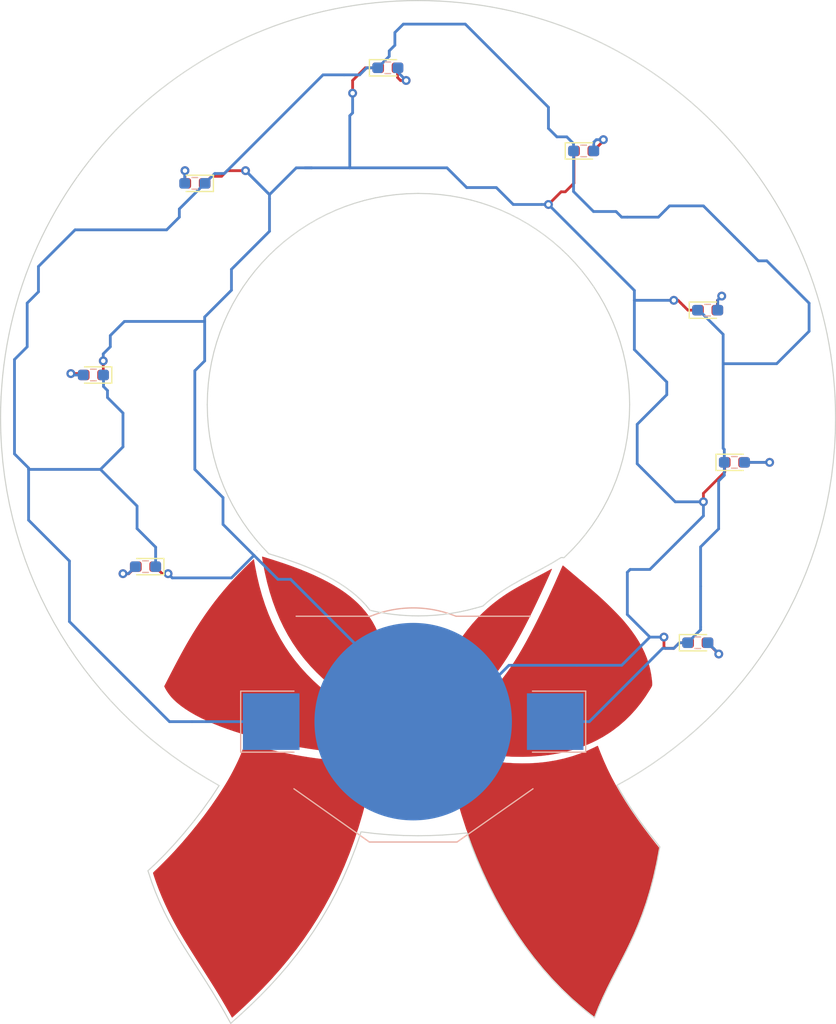
<source format=kicad_pcb>
(kicad_pcb (version 20201116) (generator pcbnew)
  (layers (0 "F.Cu" signal) (31 "B.Cu" signal) (34 "B.Paste" user) (35 "F.Paste" user) (36 "B.SilkS" user "B.Silkscreen") (37 "F.SilkS" user "F.Silkscreen") (38 "B.Mask" user) (39 "F.Mask" user) (44 "Edge.Cuts" user))
  (net 0 "")
  (net 1 "Net-(D1-Pad2)")
  (net 2 "-BATT")
  (net 3 "Net-(D2-Pad2)")
  (net 4 "Net-(D3-Pad2)")
  (net 5 "Net-(D4-Pad2)")
  (net 6 "Net-(D5-Pad2)")
  (net 7 "Net-(D6-Pad2)")
  (net 8 "Net-(D7-Pad2)")
  (net 9 "Net-(D8-Pad2)")
  (net 10 "+BATT")
  (footprint "LED_SMD:LED_0603_1608Metric_Pad1.05x0.95mm_HandSolder" (layer "F.Cu") (at 116.078 95.25 180)
    (fp_text reference "D7" hide)
    (fp_text value "LED")
  )
  (footprint "LED_SMD:LED_0603_1608Metric_Pad1.05x0.95mm_HandSolder" (layer "F.Cu") (at 166.751 72.136)
    (fp_text reference "D8" hide)
    (fp_text value "LED")
  )
  (footprint "LED_SMD:LED_0603_1608Metric_Pad1.05x0.95mm_HandSolder" (layer "F.Cu") (at 165.862 102.108)
    (fp_text reference "D4" hide)
    (fp_text value "LED")
  )
  (footprint "LED_SMD:LED_0603_1608Metric_Pad1.05x0.95mm_HandSolder" (layer "F.Cu") (at 111.379 77.978 180)
    (fp_text reference "D5" hide)
    (fp_text value "LED")
  )
  (footprint "LED_SMD:LED_0603_1608Metric_Pad1.05x0.95mm_HandSolder" (layer "F.Cu") (at 155.575 57.785)
    (fp_text reference "D1" hide)
    (fp_text value "LED")
  )
  (footprint "LED_SMD:LED_0603_1608Metric_Pad1.05x0.95mm_HandSolder" (layer "F.Cu") (at 137.922 50.292)
    (fp_text reference "D2" hide)
    (fp_text value "LED")
  )
  (footprint "Wreath:PcbDrawing" (layer "F.Cu") (at 141.478 91.694)
    (fp_text reference "Ref**" hide)
    (fp_text value "Val**" hide)
    (fp_line (start -35.33104 5.2396) (end -34.8081 6.3828) (layer "Edge.Cuts") (width 0.1))
    (fp_line (start 11.314 -25.7325) (end 12.0048 -25.1341) (layer "Edge.Cuts") (width 0.1))
    (fp_line (start 19.7476 33.8556) (end 19.3925 34.8767) (layer "Edge.Cuts") (width 0.1))
    (fp_line (start 36.3711 -15.5581) (end 36.2169 -16.4888) (layer "Edge.Cuts") (width 0.1))
    (fp_line (start -0.0362 7.9803) (end -0.7955 7.9951) (layer "Edge.Cuts") (width 0.1))
    (fp_line (start 27.6958 14.7243) (end 28.4914 13.7694) (layer "Edge.Cuts") (width 0.1))
    (fp_line (start 17.8428 -7.0609) (end 17.6222 -6.1126) (layer "Edge.Cuts") (width 0.1))
    (fp_line (start -22.7913 28.5615) (end -23.6254 29.4588) (layer "Edge.Cuts") (width 0.1))
    (fp_line (start -34.8081 6.3828) (end -34.2485 7.505) (layer "Edge.Cuts") (width 0.1))
    (fp_line (start -19.2373 -15.7862) (end -18.9822 -16.6872) (layer "Edge.Cuts") (width 0.1))
    (fp_line (start -11.7524 38.4999) (end -10.9848 37.4733) (layer "Edge.Cuts") (width 0.1))
    (fp_line (start 36.6104 -13.6746) (end 36.5023 -14.62) (layer "Edge.Cuts") (width 0.1))
    (fp_line (start -33.48128 -28.56) (end -33.92516 -27.766) (layer "Edge.Cuts") (width 0.1))
    (fp_line (start 36.5981 -5.8587) (end 36.7124 -7.1691) (layer "Edge.Cuts") (width 0.1))
    (fp_line (start -12.9026 -45.48496) (end -13.7722 -45.17868) (layer "Edge.Cuts") (width 0.1))
    (fp_line (start 35.1126 -21.0184) (end 34.8272 -21.8975) (layer "Edge.Cuts") (width 0.1))
    (fp_line (start 7.4 35.6469) (end 6.7422 34.5435) (layer "Edge.Cuts") (width 0.1))
    (fp_line (start 30.3769 -30.8693) (end 29.8609 -31.6136) (layer "Edge.Cuts") (width 0.1))
    (fp_line (start 8.2788 -27.7819) (end 9.076 -27.3236) (layer "Edge.Cuts") (width 0.1))
    (fp_line (start -24.0676 -39.43519) (end -24.7716 -38.86819) (layer "Edge.Cuts") (width 0.1))
    (fp_line (start -17.9655 -43.34507) (end -18.7712 -42.91996) (layer "Edge.Cuts") (width 0.1))
    (fp_line (start -20.3473 -42.01373) (end -21.1171 -41.5332) (layer "Edge.Cuts") (width 0.1))
    (fp_line (start -36.18388 -22.767) (end -36.49016 -21.8974) (layer "Edge.Cuts") (width 0.1))
    (fp_line (start 23.2751 19.0776) (end 24.2157 18.2656) (layer "Edge.Cuts") (width 0.1))
    (fp_line (start 31.3559 -29.3422) (end 30.8754 -30.112) (layer "Edge.Cuts") (width 0.1))
    (fp_line (start -18.3457 -18.432) (end -17.9665 -19.2734) (layer "Edge.Cuts") (width 0.1))
    (fp_line (start 34.5209 -22.7671) (end 34.1941 -23.6268) (layer "Edge.Cuts") (width 0.1))
    (fp_line (start 20.2111 -41.03496) (end 19.4539 -41.53338) (layer "Edge.Cuts") (width 0.1))
    (fp_line (start -23.2964 35.4813) (end -22.8555 36.284) (layer "Edge.Cuts") (width 0.1))
    (fp_line (start -38.45537 -10.7979) (end -38.467667 -9.8265) (layer "Edge.Cuts") (width 0.1))
    (fp_line (start -19.4944 24.4019) (end -20.2771 25.494) (layer "Edge.Cuts") (width 0.1))
    (fp_line (start 13.2963 -23.8427) (end 13.8947 -23.1519) (layer "Edge.Cuts") (width 0.1))
    (fp_line (start 18.6394 36.7203) (end 18.2469 37.5676) (layer "Edge.Cuts") (width 0.1))
    (fp_line (start 15.8414 -1.7014) (end 15.3564 -0.892) (layer "Edge.Cuts") (width 0.1))
    (fp_line (start -21.1171 -41.5332) (end -21.8743 -41.03478) (layer "Edge.Cuts") (width 0.1))
    (fp_line (start 35.7048 -0.7568) (end 35.992 -2.0097) (layer "Edge.Cuts") (width 0.1))
    (fp_line (start -16.8168 43.9154) (end -15.9273 43.0865) (layer "Edge.Cuts") (width 0.1))
    (fp_line (start 1.4594 7.863) (end 0.7156 7.936) (layer "Edge.Cuts") (width 0.1))
    (fp_line (start -19.7354 -12.9829) (end -19.6151 -13.9329) (layer "Edge.Cuts") (width 0.1))
    (fp_line (start 9.8484 -26.8284) (end 10.5948 -26.2976) (layer "Edge.Cuts") (width 0.1))
    (fp_line (start 5.0038 7.112) (end 5.4447 6.7259) (layer "Edge.Cuts") (width 0.1))
    (fp_line (start -19.8085 -12.0191) (end -19.7354 -12.9829) (layer "Edge.Cuts") (width 0.1))
    (fp_line (start 32.5805 7.5148) (end 33.1408 6.392) (layer "Edge.Cuts") (width 0.1))
    (fp_line (start 32.6873 -26.9604) (end 32.2622 -27.7662) (layer "Edge.Cuts") (width 0.1))
    (fp_line (start -0.7955 -30.0796) (end 0.1841 -30.0548) (layer "Edge.Cuts") (width 0.1))
    (fp_line (start 9.076 -27.3236) (end 9.8484 -26.8284) (layer "Edge.Cuts") (width 0.1))
    (fp_line (start 7.1971 5.462) (end 7.6371 5.195) (layer "Edge.Cuts") (width 0.1))
    (fp_line (start 20.2961 21.3249) (end 21.3145 20.6079) (layer "Edge.Cuts") (width 0.1))
    (fp_line (start -9.7107 4.0873) (end -9.1052 4.3854) (layer "Edge.Cuts") (width 0.1))
    (fp_line (start 14.4598 -22.4327) (end 14.9906 -21.6864) (layer "Edge.Cuts") (width 0.1))
    (fp_line (start -1.8031 -47.45017) (end -2.7685 -47.413487) (layer "Edge.Cuts") (width 0.1))
    (fp_line (start -12.9905 2.7981) (end -11.6353 3.2787) (layer "Edge.Cuts") (width 0.1))
    (fp_line (start -19.6151 -13.9329) (end -19.4486 -14.8677) (layer "Edge.Cuts") (width 0.1))
    (fp_line (start 12.9686 -44.85201) (end 12.1089 -45.17882) (layer "Edge.Cuts") (width 0.1))
    (fp_line (start 4.3422 7.2938) (end 3.6364 7.4766) (layer "Edge.Cuts") (width 0.1))
    (fp_line (start 36.2169 -16.4888) (end 36.0401 -17.4115) (layer "Edge.Cuts") (width 0.1))
    (fp_line (start -3.5562 7.7965) (end -4.0945 7.7104) (layer "Edge.Cuts") (width 0.1))
    (fp_line (start 29.2557 12.7882) (end 29.9879 11.7815) (layer "Edge.Cuts") (width 0.1))
    (fp_line (start 22.4045 -39.43537) (end 21.6867 -39.98566) (layer "Edge.Cuts") (width 0.1))
    (fp_line (start -19.7356 -9.1028) (end -19.8086 -10.0663) (layer "Edge.Cuts") (width 0.1))
    (fp_line (start 18.2469 37.5676) (end 17.8471 38.3818) (layer "Edge.Cuts") (width 0.1))
    (fp_line (start -3.013 7.8674) (end -3.5562 7.7965) (layer "Edge.Cuts") (width 0.1))
    (fp_line (start -1.3562 7.987) (end -1.9128 7.9629) (layer "Edge.Cuts") (width 0.1))
    (fp_line (start -14.6318 -44.85187) (end -15.4813 -44.5048) (layer "Edge.Cuts") (width 0.1))
    (fp_line (start 15.3564 -0.892) (end 14.8306 -0.1092) (layer "Edge.Cuts") (width 0.1))
    (fp_line (start -18.9822 -16.6872) (end -18.6846 -17.5696) (layer "Edge.Cuts") (width 0.1))
    (fp_line (start 35.0071 1.6995) (end 35.3762 0.4799) (layer "Edge.Cuts") (width 0.1))
    (fp_line (start 15.9442 -20.1167) (end 16.3646 -19.2959) (layer "Edge.Cuts") (width 0.1))
    (fp_line (start -8.5207 4.6999) (end -7.959 5.0321) (layer "Edge.Cuts") (width 0.1))
    (fp_line (start -15.9273 43.0865) (end -15.0535 42.232) (layer "Edge.Cuts") (width 0.1))
    (fp_line (start -4.6276 7.6093) (end -5.1562 7.493) (layer "Edge.Cuts") (width 0.1))
    (fp_line (start 15.4489 43.2667) (end 15.0741 44.1968) (layer "Edge.Cuts") (width 0.1))
    (fp_line (start -12.9419 -25.7023) (end -12.2261 -26.2677) (layer "Edge.Cuts") (width 0.1))
    (fp_line (start -38.467667 -9.8265) (end -38.444489 -8.4928) (layer "Edge.Cuts") (width 0.1))
    (fp_line (start -27.6892 16.5394) (end -26.8053 17.4107) (layer "Edge.Cuts") (width 0.1))
    (fp_line (start 20.0849 32.7516) (end 19.7476 33.8556) (layer "Edge.Cuts") (width 0.1))
    (fp_line (start -23.6254 29.4588) (end -24.4278 30.2657) (layer "Edge.Cuts") (width 0.1))
    (fp_line (start -0.8808 -30.0796) (end -0.7955 -30.0796) (layer "Edge.Cuts") (width 0.1))
    (fp_line (start -19.8707 22.646) (end -18.7706 23.2918) (layer "Edge.Cuts") (width 0.1))
    (fp_line (start -19.3565 41.8966) (end -18.8161 42.7898) (layer "Edge.Cuts") (width 0.1))
    (fp_line (start 17.5368 24.0294) (end 17.9993 24.7765) (layer "Edge.Cuts") (width 0.1))
    (fp_line (start -10.2439 36.4035) (end -9.5317 35.2873) (layer "Edge.Cuts") (width 0.1))
    (fp_line (start 34.5983 2.9013) (end 35.0071 1.6995) (layer "Edge.Cuts") (width 0.1))
    (fp_line (start 13.818 -44.50495) (end 12.9686 -44.85201) (layer "Edge.Cuts") (width 0.1))
    (fp_line (start 19.4597 26.8909) (end 19.9602 27.554) (layer "Edge.Cuts") (width 0.1))
    (fp_line (start -28.0751 -35.793) (end -28.6905 -35.132) (layer "Edge.Cuts") (width 0.1))
    (fp_line (start -37.36903 -0.7622) (end -37.04089 0.4737) (layer "Edge.Cuts") (width 0.1))
    (fp_line (start 24.2157 18.2656) (end 25.1288 17.4236) (layer "Edge.Cuts") (width 0.1))
    (fp_line (start 24.4741 -37.6855) (end 23.7985 -38.28497) (layer "Edge.Cuts") (width 0.1))
    (fp_line (start 12.6659 -24.5038) (end 13.2963 -23.8427) (layer "Edge.Cuts") (width 0.1))
    (fp_line (start 33.6643 5.2483) (end 34.1504 4.0845) (layer "Edge.Cuts") (width 0.1))
    (fp_line (start -30.44039 -33.0624) (end -30.99068 -32.3447) (layer "Edge.Cuts") (width 0.1))
    (fp_line (start 29.8609 -31.6136) (end 29.3276 -32.3448) (layer "Edge.Cuts") (width 0.1))
    (fp_line (start 28.7773 -33.0626) (end 28.2103 -33.7666) (layer "Edge.Cuts") (width 0.1))
    (fp_line (start -37.65591 -2.0145) (end -37.36903 -0.7622) (layer "Edge.Cuts") (width 0.1))
    (fp_line (start -14.2872 -24.4737) (end -13.6293 -25.1039) (layer "Edge.Cuts") (width 0.1))
    (fp_line (start -2.7685 -47.413487) (end -3.7274 -47.352711) (layer "Edge.Cuts") (width 0.1))
    (fp_line (start -10.9775 3.5353) (end -10.3354 3.8044) (layer "Edge.Cuts") (width 0.1))
    (fp_line (start -26.7982 -37.0699) (end -27.4443 -36.4391) (layer "Edge.Cuts") (width 0.1))
    (fp_line (start -20.9292 39.4155) (end -19.8899 41.0416) (layer "Edge.Cuts") (width 0.1))
    (fp_line (start -38.418687 -11.7633) (end -38.45537 -10.7979) (layer "Edge.Cuts") (width 0.1))
    (fp_line (start 14.5621 43.803) (end 14.0604 43.398) (layer "Edge.Cuts") (width 0.1))
    (fp_line (start -23.9872 19.8457) (end -22.995 20.5951) (layer "Edge.Cuts") (width 0.1))
    (fp_line (start 1.1509 -29.9813) (end 2.1037 -29.8602) (layer "Edge.Cuts") (width 0.1))
    (fp_line (start -4.6985 27.6137) (end -3.4211 27.7222) (layer "Edge.Cuts") (width 0.1))
    (fp_line (start 2.4895 27.6654) (end 3.5814 27.5542) (layer "Edge.Cuts") (width 0.1))
    (fp_line (start -9.9206 -27.7545) (end -9.1034 -28.1762) (layer "Edge.Cuts") (width 0.1))
    (fp_line (start 18.6841 -42.0139) (end 17.902 -42.47625) (layer "Edge.Cuts") (width 0.1))
    (fp_line (start 4.8656 -29.2237) (end 5.7501 -28.9244) (layer "Edge.Cuts") (width 0.1))
    (fp_line (start 15.4858 -20.914) (end 15.9442 -20.1167) (layer "Edge.Cuts") (width 0.1))
    (fp_line (start 12.2774 2.7558) (end 12.3386 2.7375) (layer "Edge.Cuts") (width 0.1))
    (fp_line (start -8.2637 -28.5591) (end -7.4027 -28.9019) (layer "Edge.Cuts") (width 0.1))
    (fp_line (start 10.4138 39.7933) (end 9.6021 38.8016) (layer "Edge.Cuts") (width 0.1))
    (fp_line (start -21.9777 21.3121) (end -20.936 21.996) (layer "Edge.Cuts") (width 0.1))
    (fp_line (start 5.5383 32.2728) (end 4.9914 31.1104) (layer "Edge.Cuts") (width 0.1))
    (fp_line (start 13.8947 -23.1519) (end 14.4598 -22.4327) (layer "Edge.Cuts") (width 0.1))
    (fp_line (start -17.0957 -1.2015) (end -17.5511 -1.9968) (layer "Edge.Cuts") (width 0.1))
    (fp_line (start -18.6846 -17.5696) (end -18.3457 -18.432) (layer "Edge.Cuts") (width 0.1))
    (fp_line (start -13.3605 40.4348) (end -12.5449 39.486) (layer "Edge.Cuts") (width 0.1))
    (fp_line (start 36.8047 -9.8265) (end 36.7924 -10.7979) (layer "Edge.Cuts") (width 0.1))
    (fp_line (start -12.0235 -45.77039) (end -12.9026 -45.48496) (layer "Edge.Cuts") (width 0.1))
    (fp_line (start 36.7558 -11.7633) (end 36.695 -12.7223) (layer "Edge.Cuts") (width 0.1))
    (fp_line (start -26.1372 -37.6853) (end -26.7982 -37.0699) (layer "Edge.Cuts") (width 0.1))
    (fp_line (start 35.3769 -20.1299) (end 35.1126 -21.0184) (layer "Edge.Cuts") (width 0.1))
    (fp_line (start 36.695 -12.7223) (end 36.6104 -13.6746) (layer "Edge.Cuts") (width 0.1))
    (fp_line (start -18.2702 43.729) (end -17.7202 44.7218) (layer "Edge.Cuts") (width 0.1))
    (fp_line (start -25.8931 18.2527) (end -24.9535 19.0646) (layer "Edge.Cuts") (width 0.1))
    (fp_line (start -36.77559 -21.0183) (end -37.03989 -20.1298) (layer "Edge.Cuts") (width 0.1))
    (fp_line (start -28.5442 15.6395) (end -27.6892 16.5394) (layer "Edge.Cuts") (width 0.1))
    (fp_line (start -19.238 -6.3009) (end -19.4491 -7.2189) (layer "Edge.Cuts") (width 0.1))
    (fp_line (start -36.67225 1.6927) (end -36.26389 2.8938) (layer "Edge.Cuts") (width 0.1))
    (fp_line (start -6.4283 6.1479) (end -5.9755 6.5639) (layer "Edge.Cuts") (width 0.1))
    (fp_line (start -38.375441 -7.1707) (end -38.261291 -5.8611) (layer "Edge.Cuts") (width 0.1))
    (fp_line (start 17.6222 -6.1126) (end 17.3551 -5.185) (layer "Edge.Cuts") (width 0.1))
    (fp_line (start -15.5097 -23.123) (end -14.9144 -23.813) (layer "Edge.Cuts") (width 0.1))
    (fp_line (start -19.8086 -10.0663) (end -19.8331 -11.0425) (layer "Edge.Cuts") (width 0.1))
    (fp_line (start 25.1351 -37.0701) (end 24.4741 -37.6855) (layer "Edge.Cuts") (width 0.1))
    (fp_line (start -2.8208 -29.9732) (end -1.8573 -30.0506) (layer "Edge.Cuts") (width 0.1))
    (fp_line (start -14.3002 2.3876) (end -12.9905 2.7981) (layer "Edge.Cuts") (width 0.1))
    (fp_line (start -1.9128 7.9629) (end -2.4651 7.9229) (layer "Edge.Cuts") (width 0.1))
    (fp_line (start -14.9144 -23.813) (end -14.2872 -24.4737) (layer "Edge.Cuts") (width 0.1))
    (fp_line (start -14.1973 41.3492) (end -13.3605 40.4348) (layer "Edge.Cuts") (width 0.1))
    (fp_line (start 14.8306 -0.1092) (end 14.2649 0.6462) (layer "Edge.Cuts") (width 0.1))
    (fp_line (start 17.443 39.1752) (end 16.6319 40.7497) (layer "Edge.Cuts") (width 0.1))
    (fp_line (start 36.4394 -4.5614) (end 36.5981 -5.8587) (layer "Edge.Cuts") (width 0.1))
    (fp_line (start -6.911 5.7548) (end -6.4283 6.1479) (layer "Edge.Cuts") (width 0.1))
    (fp_line (start -29.87339 -33.7664) (end -30.44039 -33.0624) (layer "Edge.Cuts") (width 0.1))
    (fp_line (start 5.8305 -46.87469) (end 4.8999 -47.028863) (layer "Edge.Cuts") (width 0.1))
    (fp_line (start -17.9687 -2.8155) (end -18.3474 -3.6565) (layer "Edge.Cuts") (width 0.1))
    (fp_line (start 27.0274 -35.1322) (end 26.412 -35.7932) (layer "Edge.Cuts") (width 0.1))
    (fp_line (start -15.4813 -44.5048) (end -16.3203 -44.13778) (layer "Edge.Cuts") (width 0.1))
    (fp_line (start -16.072 -22.4047) (end -15.5097 -23.123) (layer "Edge.Cuts") (width 0.1))
    (fp_line (start 6.3191 6.0485) (end 6.7577 5.7454) (layer "Edge.Cuts") (width 0.1))
    (fp_line (start 8.0957 36.726) (end 7.4 35.6469) (layer "Edge.Cuts") (width 0.1))
    (fp_line (start -37.70301 -17.4115) (end -37.87981 -16.4887) (layer "Edge.Cuts") (width 0.1))
    (fp_line (start 16.2848 -2.5363) (end 15.8414 -1.7014) (layer "Edge.Cuts") (width 0.1))
    (fp_line (start -24.7716 -38.86819) (end -25.4616 -38.28479) (layer "Edge.Cuts") (width 0.1))
    (fp_line (start 33.0933 -26.1434) (end 32.6873 -26.9604) (layer "Edge.Cuts") (width 0.1))
    (fp_line (start 17.8552 -14.8791) (end 18.0226 -13.9417) (layer "Edge.Cuts") (width 0.1))
    (fp_line (start 0.1841 -30.0548) (end 1.1509 -29.9813) (layer "Edge.Cuts") (width 0.1))
    (fp_line (start -22.3968 37.071) (end -21.9218 37.8501) (layer "Edge.Cuts") (width 0.1))
    (fp_line (start -25.4616 -38.28479) (end -26.1372 -37.6853) (layer "Edge.Cuts") (width 0.1))
    (fp_line (start 10.2846 3.7653) (end 11.1667 3.2796) (layer "Edge.Cuts") (width 0.1))
    (fp_line (start 0.2836 27.7937) (end 1.3908 27.7454) (layer "Edge.Cuts") (width 0.1))
    (fp_line (start -19.8331 -11.0425) (end -19.8085 -12.0191) (layer "Edge.Cuts") (width 0.1))
    (fp_line (start -7.5846 31.631) (end -7.005 30.2998) (layer "Edge.Cuts") (width 0.1))
    (fp_line (start 17.3861 -16.7036) (end 17.6426 -15.8002) (layer "Edge.Cuts") (width 0.1))
    (fp_line (start -37.04089 0.4737) (end -36.67225 1.6927) (layer "Edge.Cuts") (width 0.1))
    (fp_line (start -8.8498 34.1218) (end -8.2002 32.904) (layer "Edge.Cuts") (width 0.1))
    (fp_line (start -23.3499 -39.98548) (end -24.0676 -39.43519) (layer "Edge.Cuts") (width 0.1))
    (fp_line (start -27.4443 -36.4391) (end -28.0751 -35.793) (layer "Edge.Cuts") (width 0.1))
    (fp_line (start 14.2649 0.6462) (end 13.6604 1.373) (layer "Edge.Cuts") (width 0.1))
    (fp_line (start -12.5449 39.486) (end -11.7524 38.4999) (layer "Edge.Cuts") (width 0.1))
    (fp_line (start 5.4447 6.7259) (end 5.8814 6.3743) (layer "Edge.Cuts") (width 0.1))
    (fp_line (start 11.1667 3.2796) (end 12.0469 2.7478) (layer "Edge.Cuts") (width 0.1))
    (fp_line (start 19.2533 22.0086) (end 20.2961 21.3249) (layer "Edge.Cuts") (width 0.1))
    (fp_line (start 36.5023 -14.62) (end 36.3711 -15.5581) (layer "Edge.Cuts") (width 0.1))
    (fp_line (start -36.49016 -21.8974) (end -36.77559 -21.0183) (layer "Edge.Cuts") (width 0.1))
    (fp_line (start 17.8471 38.3818) (end 17.443 39.1752) (layer "Edge.Cuts") (width 0.1))
    (fp_line (start 2.1944 7.7617) (end 1.4594 7.863) (layer "Edge.Cuts") (width 0.1))
    (fp_line (start -35.51 -24.4761) (end -35.85707 -23.6266) (layer "Edge.Cuts") (width 0.1))
    (fp_line (start 2.9203 7.6327) (end 2.1944 7.7617) (layer "Edge.Cuts") (width 0.1))
    (fp_line (start 28.2103 -33.7666) (end 27.6269 -34.4566) (layer "Edge.Cuts") (width 0.1))
    (fp_line (start -37.03989 -20.1298) (end -37.28275 -19.2323) (layer "Edge.Cuts") (width 0.1))
    (fp_line (start 6.1218 33.418) (end 5.5383 32.2728) (layer "Edge.Cuts") (width 0.1))
    (fp_line (start 13.0879 42.5559) (end 12.1563 41.6729) (layer "Edge.Cuts") (width 0.1))
    (fp_line (start 10.3602 -45.77051) (end 9.4717 -46.0348) (layer "Edge.Cuts") (width 0.1))
    (fp_line (start -20.2771 25.494) (end -21.0993 26.5624) (layer "Edge.Cuts") (width 0.1))
    (fp_line (start -9.1052 4.3854) (end -8.5207 4.6999) (layer "Edge.Cuts") (width 0.1))
    (fp_line (start 6.7422 34.5435) (end 6.1218 33.418) (layer "Edge.Cuts") (width 0.1))
    (fp_line (start 18.1869 22.6583) (end 19.2533 22.0086) (layer "Edge.Cuts") (width 0.1))
    (fp_line (start -3.7274 -47.352711) (end -4.6798 -47.26814) (layer "Edge.Cuts") (width 0.1))
    (fp_line (start 1.3908 27.7454) (end 2.4895 27.6654) (layer "Edge.Cuts") (width 0.1))
    (fp_line (start -5.9755 6.5639) (end -5.5545 7.004) (layer "Edge.Cuts") (width 0.1))
    (fp_line (start -14.9203 1.7219) (end -15.5149 1.0321) (layer "Edge.Cuts") (width 0.1))
    (fp_line (start -24.1188 33.7986) (end -23.718 34.6555) (layer "Edge.Cuts") (width 0.1))
    (fp_line (start 4.9914 31.1104) (end 4.4806 29.9331) (layer "Edge.Cuts") (width 0.1))
    (fp_line (start 19.0222 35.8275) (end 18.6394 36.7203) (layer "Edge.Cuts") (width 0.1))
    (fp_line (start -18.7693 23.2918) (end -19.4944 24.4019) (layer "Edge.Cuts") (width 0.1))
    (fp_line (start 18.0226 -13.9417) (end 18.1437 -12.9889) (layer "Edge.Cuts") (width 0.1))
    (fp_line (start 29.9879 11.7815) (end 30.6872 10.75) (layer "Edge.Cuts") (width 0.1))
    (fp_line (start 31.8183 -28.5602) (end 31.3559 -29.3422) (layer "Edge.Cuts") (width 0.1))
    (fp_line (start -22.6187 -40.51878) (end -23.3499 -39.98548) (layer "Edge.Cuts") (width 0.1))
    (fp_line (start -31.52398 -31.6135) (end -32.03998 -30.8691) (layer "Edge.Cuts") (width 0.1))
    (fp_line (start 13.6604 1.373) (end 13.018 2.0705) (layer "Edge.Cuts") (width 0.1))
    (fp_line (start -13.6293 -25.1039) (end -12.9419 -25.7023) (layer "Edge.Cuts") (width 0.1))
    (fp_line (start -29.3694 14.7119) (end -28.5442 15.6395) (layer "Edge.Cuts") (width 0.1))
    (fp_line (start -10.2375 -46.27755) (end -11.135 -46.03469) (layer "Edge.Cuts") (width 0.1))
    (fp_line (start -7.4218 5.3833) (end -6.911 5.7548) (layer "Edge.Cuts") (width 0.1))
    (fp_line (start 15.8352 42.3905) (end 15.4489 43.2667) (layer "Edge.Cuts") (width 0.1))
    (fp_line (start 17.902 -42.47625) (end 17.108 -42.92013) (layer "Edge.Cuts") (width 0.1))
    (fp_line (start -32.35744 10.7389) (end -31.65889 11.77) (layer "Edge.Cuts") (width 0.1))
    (fp_line (start 21.3145 20.6079) (end 22.3077 19.8586) (layer "Edge.Cuts") (width 0.1))
    (fp_line (start 23.1085 -38.86838) (end 22.4045 -39.43537) (layer "Edge.Cuts") (width 0.1))
    (fp_line (start 35.8409 -18.3262) (end 35.6198 -19.2324) (layer "Edge.Cuts") (width 0.1))
    (fp_line (start 23.7985 -38.28497) (end 23.1085 -38.86838) (layer "Edge.Cuts") (width 0.1))
    (fp_line (start -15.5149 1.0321) (end -16.0764 0.3141) (layer "Edge.Cuts") (width 0.1))
    (fp_line (start -5.969 27.4574) (end -4.6985 27.6137) (layer "Edge.Cuts") (width 0.1))
    (fp_line (start 36.2371 -3.2782) (end 36.4394 -4.5614) (layer "Edge.Cuts") (width 0.1))
    (fp_line (start 26.8697 15.6521) (end 27.6958 14.7243) (layer "Edge.Cuts") (width 0.1))
    (fp_line (start 21.6867 -39.98566) (end 20.9555 -40.51896) (layer "Edge.Cuts") (width 0.1))
    (fp_line (start 31.353 9.6945) (end 31.9843 8.6159) (layer "Edge.Cuts") (width 0.1))
    (fp_line (start -23.718 34.6555) (end -23.2964 35.4813) (layer "Edge.Cuts") (width 0.1))
    (fp_line (start -10.7143 -27.295) (end -9.9206 -27.7545) (layer "Edge.Cuts") (width 0.1))
    (fp_line (start -21.9433 27.5905) (end -22.7913 28.5615) (layer "Edge.Cuts") (width 0.1))
    (fp_line (start -24.4278 30.2657) (end -25.1807 30.9656) (layer "Edge.Cuts") (width 0.1))
    (fp_line (start 7.6679 -46.49879) (end 6.7533 -46.6979) (layer "Edge.Cuts") (width 0.1))
    (fp_line (start -6.5633 -47.028793) (end -7.4939 -46.87461) (layer "Edge.Cuts") (width 0.1))
    (fp_line (start -38.165269 -14.62) (end -38.27334 -13.6746) (layer "Edge.Cuts") (width 0.1))
    (fp_line (start -5.6218 -29.4625) (end -4.7043 -29.678) (layer "Edge.Cuts") (width 0.1))
    (fp_line (start -21.9218 37.8501) (end -20.9292 39.4155) (layer "Edge.Cuts") (width 0.1))
    (fp_line (start 26.412 -35.7932) (end 25.7812 -36.4393) (layer "Edge.Cuts") (width 0.1))
    (fp_line (start 17.6426 -15.8002) (end 17.8552 -14.8791) (layer "Edge.Cuts") (width 0.1))
    (fp_line (start -0.8317 27.8099) (end 0.2836 27.7937) (layer "Edge.Cuts") (width 0.1))
    (fp_line (start 8.5742 -46.27766) (end 7.6679 -46.49879) (layer "Edge.Cuts") (width 0.1))
    (fp_line (start 36.0401 -17.4115) (end 35.8409 -18.3262) (layer "Edge.Cuts") (width 0.1))
    (fp_line (start 18.0161 -8.0291) (end 17.8428 -7.0609) (layer "Edge.Cuts") (width 0.1))
    (fp_line (start 3.0164 -47.268189) (end 2.064 -47.352749) (layer "Edge.Cuts") (width 0.1))
    (fp_line (start -25.1807 30.9656) (end -24.8516 31.9614) (layer "Edge.Cuts") (width 0.1))
    (fp_line (start 35.992 -2.0097) (end 36.2371 -3.2782) (layer "Edge.Cuts") (width 0.1))
    (fp_line (start -34.2485 7.505) (end -33.65301 8.6056) (layer "Edge.Cuts") (width 0.1))
    (fp_line (start -3.7702 -29.8486) (end -2.8208 -29.9732) (layer "Edge.Cuts") (width 0.1))
    (fp_line (start -5.5545 7.004) (end -5.1562 7.493) (layer "Edge.Cuts") (width 0.1))
    (fp_line (start -38.102808 -4.5647) (end -37.90076 -3.2822) (layer "Edge.Cuts") (width 0.1))
    (fp_line (start 17.108 -42.92013) (end 16.3023 -43.34523) (layer "Edge.Cuts") (width 0.1))
    (fp_line (start 36.7815 -8.492) (end 36.8047 -9.8265) (layer "Edge.Cuts") (width 0.1))
    (fp_line (start 18.1437 -12.9889) (end 18.2173 -12.0221) (layer "Edge.Cuts") (width 0.1))
    (fp_line (start 12.0048 -25.1341) (end 12.6659 -24.5038) (layer "Edge.Cuts") (width 0.1))
    (fp_line (start -35.81656 4.0764) (end -35.33104 5.2396) (layer "Edge.Cuts") (width 0.1))
    (fp_line (start 17.0942 23.2664) (end 17.5368 24.0294) (layer "Edge.Cuts") (width 0.1))
    (fp_line (start -12.2261 -26.2677) (end -11.4832 -26.799) (layer "Edge.Cuts") (width 0.1))
    (fp_line (start 14.657 -44.13793) (end 13.818 -44.50495) (layer "Edge.Cuts") (width 0.1))
    (fp_line (start 19.4539 -41.53338) (end 18.6841 -42.0139) (layer "Edge.Cuts") (width 0.1))
    (fp_line (start -29.28999 -34.4564) (end -29.87339 -33.7664) (layer "Edge.Cuts") (width 0.1))
    (fp_line (start 20.9555 -40.51896) (end 20.2111 -41.03496) (layer "Edge.Cuts") (width 0.1))
    (fp_line (start -30.99068 -32.3447) (end -31.52398 -31.6135) (layer "Edge.Cuts") (width 0.1))
    (fp_line (start -37.28275 -19.2323) (end -37.50389 -18.3261) (layer "Edge.Cuts") (width 0.1))
    (fp_line (start 34.1941 -23.6268) (end 33.847 -24.4762) (layer "Edge.Cuts") (width 0.1))
    (fp_line (start -24.8516 31.9614) (end -24.4972 32.9032) (layer "Edge.Cuts") (width 0.1))
    (fp_line (start -8.2002 32.904) (end -7.5846 31.631) (layer "Edge.Cuts") (width 0.1))
    (fp_line (start 9.6021 38.8016) (end 8.8295 37.7784) (layer "Edge.Cuts") (width 0.1))
    (fp_line (start 17.9993 24.7765) (end 18.4761 25.5023) (layer "Edge.Cuts") (width 0.1))
    (fp_line (start -7.959 5.0321) (end -7.4218 5.3833) (layer "Edge.Cuts") (width 0.1))
    (fp_line (start 17.3551 -5.185) (end 17.0426 -4.2791) (layer "Edge.Cuts") (width 0.1))
    (fp_line (start 34.8272 -21.8975) (end 34.5209 -22.7671) (layer "Edge.Cuts") (width 0.1))
    (fp_line (start -24.4972 32.9032) (end -24.1188 33.7986) (layer "Edge.Cuts") (width 0.1))
    (fp_line (start 3.9622 -29.4803) (end 4.8656 -29.2237) (layer "Edge.Cuts") (width 0.1))
    (fp_line (start 16.3646 -19.2959) (end 16.7459 -18.4526) (layer "Edge.Cuts") (width 0.1))
    (fp_line (start 30.8754 -30.112) (end 30.3769 -30.8693) (layer "Edge.Cuts") (width 0.1))
    (fp_line (start -26.8053 17.4107) (end -25.8931 18.2527) (layer "Edge.Cuts") (width 0.1))
    (fp_line (start -17.7202 44.7218) (end -16.8168 43.9154) (layer "Edge.Cuts") (width 0.1))
    (fp_line (start -17.5511 -1.9968) (end -17.9687 -2.8155) (layer "Edge.Cuts") (width 0.1))
    (fp_line (start -4.7043 -29.678) (end -3.7702 -29.8486) (layer "Edge.Cuts") (width 0.1))
    (fp_line (start -17.0925 -20.8883) (end -16.5999 -21.6594) (layer "Edge.Cuts") (width 0.1))
    (fp_line (start 12.1563 41.6729) (end 11.2651 40.7512) (layer "Edge.Cuts") (width 0.1))
    (fp_line (start -2.4651 7.9229) (end -3.013 7.8674) (layer "Edge.Cuts") (width 0.1))
    (fp_line (start 35.3762 0.4799) (end 35.7048 -0.7568) (layer "Edge.Cuts") (width 0.1))
    (fp_line (start -7.4939 -46.87461) (end -8.4167 -46.69781) (layer "Edge.Cuts") (width 0.1))
    (fp_line (start -36.26389 2.8938) (end -35.81656 4.0764) (layer "Edge.Cuts") (width 0.1))
    (fp_line (start -35.85707 -23.6266) (end -36.18388 -22.767) (layer "Edge.Cuts") (width 0.1))
    (fp_line (start -13.7722 -45.17868) (end -14.6318 -44.85187) (layer "Edge.Cuts") (width 0.1))
    (fp_line (start -18.9832 -5.4003) (end -19.238 -6.3009) (layer "Edge.Cuts") (width 0.1))
    (fp_line (start 11.2393 -45.48509) (end 10.3602 -45.77051) (layer "Edge.Cuts") (width 0.1))
    (fp_line (start 20.963 28.8188) (end 20.6953 30.2457) (layer "Edge.Cuts") (width 0.1))
    (fp_line (start -38.261291 -5.8611) (end -38.102808 -4.5647) (layer "Edge.Cuts") (width 0.1))
    (fp_line (start -22.8555 36.284) (end -22.3968 37.071) (layer "Edge.Cuts") (width 0.1))
    (fp_line (start 14.9906 -21.6864) (end 15.4858 -20.914) (layer "Edge.Cuts") (width 0.1))
    (fp_line (start 17.0868 -17.5881) (end 17.3861 -16.7036) (layer "Edge.Cuts") (width 0.1))
    (fp_line (start 7.4579 -28.2024) (end 8.2788 -27.7819) (layer "Edge.Cuts") (width 0.1))
    (fp_line (start -17.5484 -20.0926) (end -17.0925 -20.8883) (layer "Edge.Cuts") (width 0.1))
    (fp_line (start 10.5948 -26.2976) (end 11.314 -25.7325) (layer "Edge.Cuts") (width 0.1))
    (fp_line (start 33.847 -24.4762) (end 33.48 -25.3152) (layer "Edge.Cuts") (width 0.1))
    (fp_line (start 16.2304 41.5556) (end 15.8352 42.3905) (layer "Edge.Cuts") (width 0.1))
    (fp_line (start 12.122 2.7289) (end 12.202 2.7423) (layer "Edge.Cuts") (width 0.1))
    (fp_line (start -10.3354 3.8044) (end -9.7107 4.0873) (layer "Edge.Cuts") (width 0.1))
    (fp_line (start 15.4852 -43.75126) (end 14.657 -44.13793) (layer "Edge.Cuts") (width 0.1))
    (fp_line (start -11.4832 -26.799) (end -10.7143 -27.295) (layer "Edge.Cuts") (width 0.1))
    (fp_line (start -37.90076 -3.2822) (end -37.65591 -2.0145) (layer "Edge.Cuts") (width 0.1))
    (fp_line (start 31.9843 8.6159) (end 32.5805 7.5148) (layer "Edge.Cuts") (width 0.1))
    (fp_line (start 13.018 2.0705) (end 12.3386 2.7375) (layer "Edge.Cuts") (width 0.1))
    (fp_line (start -8.4167 -46.69781) (end -9.3313 -46.49869) (layer "Edge.Cuts") (width 0.1))
    (fp_line (start 6.6147 -28.5836) (end 7.4579 -28.2024) (layer "Edge.Cuts") (width 0.1))
    (fp_line (start -37.87981 -16.4887) (end -38.033993 -15.5581) (layer "Edge.Cuts") (width 0.1))
    (fp_line (start 4.0054 28.7432) (end 3.5814 27.55311) (layer "Edge.Cuts") (width 0.1))
    (fp_line (start -30.1641 13.7573) (end -29.3694 14.7119) (layer "Edge.Cuts") (width 0.1))
    (fp_line (start 3.6364 7.4766) (end 2.9203 7.6327) (layer "Edge.Cuts") (width 0.1))
    (fp_line (start -2.1319 27.7879) (end -0.8317 27.8099) (layer "Edge.Cuts") (width 0.1))
    (fp_line (start 7.6371 5.195) (end 8.5188 4.6981) (layer "Edge.Cuts") (width 0.1))
    (fp_line (start -6.4631 28.9074) (end -6.2068 28.1873) (layer "Edge.Cuts") (width 0.1))
    (fp_line (start -20.936 21.996) (end -19.8707 22.646) (layer "Edge.Cuts") (width 0.1))
    (fp_line (start 22.3077 19.8586) (end 23.2751 19.0776) (layer "Edge.Cuts") (width 0.1))
    (fp_line (start 17.0942 23.2664) (end 18.1869 22.6583) (layer "Edge.Cuts") (width 0.1))
    (fp_line (start 26.0138 16.5522) (end 26.8697 15.6521) (layer "Edge.Cuts") (width 0.1))
    (fp_line (start 12.202 2.7423) (end 12.2774 2.7558) (layer "Edge.Cuts") (width 0.1))
    (fp_line (start -34.7563 -26.1432) (end -35.14298 -25.3151) (layer "Edge.Cuts") (width 0.1))
    (fp_line (start 32.2622 -27.7662) (end 31.8183 -28.5602) (layer "Edge.Cuts") (width 0.1))
    (fp_line (start -11.135 -46.03469) (end -12.0235 -45.77039) (layer "Edge.Cuts") (width 0.1))
    (fp_line (start 6.7533 -46.6979) (end 5.8305 -46.87469) (layer "Edge.Cuts") (width 0.1))
    (fp_line (start 0.1397 -47.450183) (end -0.8317 -47.462467) (layer "Edge.Cuts") (width 0.1))
    (fp_line (start 27.6269 -34.4566) (end 27.0274 -35.1322) (layer "Edge.Cuts") (width 0.1))
    (fp_line (start 35.6198 -19.2324) (end 35.3769 -20.1299) (layer "Edge.Cuts") (width 0.1))
    (fp_line (start -19.8899 41.0416) (end -19.3565 41.8966) (layer "Edge.Cuts") (width 0.1))
    (fp_line (start 5.0038 7.112) (end 4.3422 7.2938) (layer "Edge.Cuts") (width 0.1))
    (fp_line (start 34.1504 4.0845) (end 34.5983 2.9013) (layer "Edge.Cuts") (width 0.1))
    (fp_line (start 19.9602 27.554) (end 20.963 28.8188) (layer "Edge.Cuts") (width 0.1))
    (fp_line (start 25.7812 -36.4393) (end 25.1351 -37.0701) (layer "Edge.Cuts") (width 0.1))
    (fp_line (start 18.2166 -10.0208) (end 18.141 -9.016) (layer "Edge.Cuts") (width 0.1))
    (fp_line (start -1.8573 -30.0506) (end -0.8808 -30.0796) (layer "Edge.Cuts") (width 0.1))
    (fp_line (start 33.1408 6.392) (end 33.6643 5.2483) (layer "Edge.Cuts") (width 0.1))
    (fp_line (start 14.0604 43.398) (end 13.0879 42.5559) (layer "Edge.Cuts") (width 0.1))
    (fp_line (start 18.4761 25.5023) (end 18.9639 26.2071) (layer "Edge.Cuts") (width 0.1))
    (fp_line (start -16.6038 -0.4308) (end -17.0957 -1.2015) (layer "Edge.Cuts") (width 0.1))
    (fp_line (start 1.105 -47.413512) (end 0.1397 -47.450183) (layer "Edge.Cuts") (width 0.1))
    (fp_line (start -0.7955 7.9951) (end -1.3562 7.987) (layer "Edge.Cuts") (width 0.1))
    (fp_line (start 20.4017 31.5525) (end 20.0849 32.7516) (layer "Edge.Cuts") (width 0.1))
    (fp_line (start -19.4491 -7.2189) (end -19.6154 -8.1533) (layer "Edge.Cuts") (width 0.1))
    (fp_line (start 29.3276 -32.3448) (end 28.7773 -33.0626) (layer "Edge.Cuts") (width 0.1))
    (fp_line (start 3.9618 -47.160129) (end 3.0164 -47.268189) (layer "Edge.Cuts") (width 0.1))
    (fp_line (start -34.35027 -26.9603) (end -34.7563 -26.1432) (layer "Edge.Cuts") (width 0.1))
    (fp_line (start 18.2173 -12.0221) (end 18.2421 -11.0425) (layer "Edge.Cuts") (width 0.1))
    (fp_line (start -4.0945 7.7104) (end -4.6276 7.6093) (layer "Edge.Cuts") (width 0.1))
    (fp_line (start 28.4914 13.7694) (end 29.2557 12.7882) (layer "Edge.Cuts") (width 0.1))
    (fp_line (start -32.5384 -30.1119) (end -33.01893 -29.3421) (layer "Edge.Cuts") (width 0.1))
    (fp_line (start -5.6252 -47.160069) (end -6.5633 -47.028793) (layer "Edge.Cuts") (width 0.1))
    (fp_line (start 18.9639 26.2071) (end 19.4597 26.8909) (layer "Edge.Cuts") (width 0.1))
    (fp_line (start 16.6855 -3.3959) (end 16.2848 -2.5363) (layer "Edge.Cuts") (width 0.1))
    (fp_line (start 3.0411 -29.6928) (end 3.9622 -29.4803) (layer "Edge.Cuts") (width 0.1))
    (fp_line (start -38.27334 -13.6746) (end -38.357911 -12.7222) (layer "Edge.Cuts") (width 0.1))
    (fp_line (start -35.14298 -25.3151) (end -35.51 -24.4761) (layer "Edge.Cuts") (width 0.1))
    (fp_line (start -15.0535 42.232) (end -14.1973 41.3492) (layer "Edge.Cuts") (width 0.1))
    (fp_line (start -9.5317 35.2873) (end -8.8498 34.1218) (layer "Edge.Cuts") (width 0.1))
    (fp_line (start -16.0764 0.3141) (end -16.6038 -0.4308) (layer "Edge.Cuts") (width 0.1))
    (fp_line (start -18.686 -4.5185) (end -18.9832 -5.4003) (layer "Edge.Cuts") (width 0.1))
    (fp_line (start -21.0993 26.5624) (end -21.9433 27.5905) (layer "Edge.Cuts") (width 0.1))
    (fp_line (start 18.2421 -11.0425) (end 18.2166 -10.0208) (layer "Edge.Cuts") (width 0.1))
    (fp_line (start -33.65301 8.6056) (end -33.0224 9.6838) (layer "Edge.Cuts") (width 0.1))
    (fp_line (start -24.9535 19.0646) (end -23.9872 19.8457) (layer "Edge.Cuts") (width 0.1))
    (fp_line (start -37.50389 -18.3261) (end -37.70301 -17.4115) (layer "Edge.Cuts") (width 0.1))
    (fp_line (start -21.8743 -41.03478) (end -22.6187 -40.51878) (layer "Edge.Cuts") (width 0.1))
    (fp_line (start 25.1288 17.4236) (end 26.0138 16.5522) (layer "Edge.Cuts") (width 0.1))
    (fp_line (start -18.8161 42.7898) (end -18.2702 43.729) (layer "Edge.Cuts") (width 0.1))
    (fp_line (start -0.8317 -47.462467) (end -1.8031 -47.45017) (layer "Edge.Cuts") (width 0.1))
    (fp_line (start -7.005 30.2998) (end -6.4631 28.9074) (layer "Edge.Cuts") (width 0.1))
    (fp_line (start 9.4717 -46.0348) (end 8.5742 -46.27766) (layer "Edge.Cuts") (width 0.1))
    (fp_line (start 30.6872 10.75) (end 31.353 9.6945) (layer "Edge.Cuts") (width 0.1))
    (fp_line (start 16.3023 -43.34523) (end 15.4852 -43.75126) (layer "Edge.Cuts") (width 0.1))
    (fp_line (start 12.0469 2.7478) (end 12.122 2.7289) (layer "Edge.Cuts") (width 0.1))
    (fp_line (start -32.03998 -30.8691) (end -32.5384 -30.1119) (layer "Edge.Cuts") (width 0.1))
    (fp_line (start 18.141 -9.016) (end 18.0161 -8.0291) (layer "Edge.Cuts") (width 0.1))
    (fp_line (start 8.5188 4.6981) (end 10.2846 3.7653) (layer "Edge.Cuts") (width 0.1))
    (fp_line (start -18.3474 -3.6565) (end -18.686 -4.5185) (layer "Edge.Cuts") (width 0.1))
    (fp_line (start -9.3313 -46.49869) (end -10.2375 -46.27755) (layer "Edge.Cuts") (width 0.1))
    (fp_line (start -19.6154 -8.1533) (end -19.7356 -9.1028) (layer "Edge.Cuts") (width 0.1))
    (fp_line (start -11.6353 3.2787) (end -10.9775 3.5353) (layer "Edge.Cuts") (width 0.1))
    (fp_line (start -33.0224 9.6838) (end -32.35744 10.7389) (layer "Edge.Cuts") (width 0.1))
    (fp_line (start -14.3002 2.3876) (end -14.9203 1.7219) (layer "Edge.Cuts") (width 0.1))
    (fp_line (start 19.3925 34.8767) (end 19.0222 35.8275) (layer "Edge.Cuts") (width 0.1))
    (fp_line (start 11.2651 40.7512) (end 10.4138 39.7933) (layer "Edge.Cuts") (width 0.1))
    (fp_line (start -9.1034 -28.1762) (end -8.2637 -28.5591) (layer "Edge.Cuts") (width 0.1))
    (fp_line (start 4.8999 -47.028863) (end 3.9618 -47.160129) (layer "Edge.Cuts") (width 0.1))
    (fp_line (start -19.5652 -42.47608) (end -20.3473 -42.01373) (layer "Edge.Cuts") (width 0.1))
    (fp_line (start 8.8295 37.7784) (end 8.0957 36.726) (layer "Edge.Cuts") (width 0.1))
    (fp_line (start -17.9665 -19.2734) (end -17.5484 -20.0926) (layer "Edge.Cuts") (width 0.1))
    (fp_line (start -16.5999 -21.6594) (end -16.072 -22.4047) (layer "Edge.Cuts") (width 0.1))
    (fp_line (start -30.92752 12.7764) (end -30.1641 13.7573) (layer "Edge.Cuts") (width 0.1))
    (fp_line (start 4.4806 29.9331) (end 4.0054 28.7432) (layer "Edge.Cuts") (width 0.1))
    (fp_line (start -38.033993 -15.5581) (end -38.165269 -14.62) (layer "Edge.Cuts") (width 0.1))
    (fp_line (start -17.1484 -43.7511) (end -17.9655 -43.34507) (layer "Edge.Cuts") (width 0.1))
    (fp_line (start -33.01893 -29.3421) (end -33.48128 -28.56) (layer "Edge.Cuts") (width 0.1))
    (fp_line (start -19.4486 -14.8677) (end -19.2373 -15.7862) (layer "Edge.Cuts") (width 0.1))
    (fp_line (start -6.5217 -29.2035) (end -5.6218 -29.4625) (layer "Edge.Cuts") (width 0.1))
    (fp_line (start 12.1089 -45.17882) (end 11.2393 -45.48509) (layer "Edge.Cuts") (width 0.1))
    (fp_line (start 16.7459 -18.4526) (end 17.0868 -17.5881) (layer "Edge.Cuts") (width 0.1))
    (fp_line (start -16.3203 -44.13778) (end -17.1484 -43.7511) (layer "Edge.Cuts") (width 0.1))
    (fp_line (start 20.6953 30.2457) (end 20.4017 31.5525) (layer "Edge.Cuts") (width 0.1))
    (fp_line (start 6.7577 5.7454) (end 7.1971 5.462) (layer "Edge.Cuts") (width 0.1))
    (fp_line (start 36.7924 -10.7979) (end 36.7558 -11.7633) (layer "Edge.Cuts") (width 0.1))
    (fp_line (start -28.6905 -35.132) (end -29.28999 -34.4564) (layer "Edge.Cuts") (width 0.1))
    (fp_line (start 17.0426 -4.2791) (end 16.6855 -3.3959) (layer "Edge.Cuts") (width 0.1))
    (fp_line (start 5.7501 -28.9244) (end 6.6147 -28.5836) (layer "Edge.Cuts") (width 0.1))
    (fp_line (start -3.4211 27.7222) (end -2.1319 27.7879) (layer "Edge.Cuts") (width 0.1))
    (fp_line (start 12.0469 2.7478) (end 12.0469 2.7478) (layer "Edge.Cuts") (width 0.1))
    (fp_line (start -22.995 20.5951) (end -21.9777 21.3121) (layer "Edge.Cuts") (width 0.1))
    (fp_line (start -33.92516 -27.766) (end -34.35027 -26.9603) (layer "Edge.Cuts") (width 0.1))
    (fp_line (start -6.2068 28.1873) (end -5.969 27.4574) (layer "Edge.Cuts") (width 0.1))
    (fp_line (start 33.48 -25.3152) (end 33.0933 -26.1434) (layer "Edge.Cuts") (width 0.1))
    (fp_line (start 15.0741 44.1968) (end 14.5621 43.803) (layer "Edge.Cuts") (width 0.1))
    (fp_line (start -4.6798 -47.26814) (end -5.6252 -47.160069) (layer "Edge.Cuts") (width 0.1))
    (fp_line (start -7.4027 -28.9019) (end -6.5217 -29.2035) (layer "Edge.Cuts") (width 0.1))
    (fp_line (start 16.6319 40.7497) (end 16.2304 41.5556) (layer "Edge.Cuts") (width 0.1))
    (fp_line (start -38.357911 -12.7222) (end -38.418687 -11.7633) (layer "Edge.Cuts") (width 0.1))
    (fp_line (start -18.7712 -42.91996) (end -19.5652 -42.47608) (layer "Edge.Cuts") (width 0.1))
    (fp_line (start 5.8814 6.3743) (end 6.3191 6.0485) (layer "Edge.Cuts") (width 0.1))
    (fp_line (start 36.7124 -7.1691) (end 36.7815 -8.492) (layer "Edge.Cuts") (width 0.1))
    (fp_line (start 0.7156 7.936) (end -0.0362 7.9803) (layer "Edge.Cuts") (width 0.1))
    (fp_line (start -31.65889 11.77) (end -30.92752 12.7764) (layer "Edge.Cuts") (width 0.1))
    (fp_line (start -38.444489 -8.4928) (end -38.375441 -7.1707) (layer "Edge.Cuts") (width 0.1))
    (fp_line (start -10.9848 37.4733) (end -10.2439 36.4035) (layer "Edge.Cuts") (width 0.1))
    (fp_line (start 2.064 -47.352749) (end 1.105 -47.413512) (layer "Edge.Cuts") (width 0.1))
    (fp_line (start 2.1037 -29.8602) (end 3.0411 -29.6928) (layer "Edge.Cuts") (width 0.1))
  )
  (footprint "LED_SMD:LED_0603_1608Metric_Pad1.05x0.95mm_HandSolder" (layer "F.Cu") (at 120.537 60.706 180)
    (fp_text reference "D3" hide)
    (fp_text value "LED")
  )
  (footprint "LED_SMD:LED_0603_1608Metric_Pad1.05x0.95mm_HandSolder" (layer "F.Cu") (at 169.164 85.852)
    (fp_text reference "D6" hide)
    (fp_text value "LED")
  )
  (footprint "Resistor_SMD:R_0603_1608Metric_Pad0.98x0.95mm_HandSolder" (layer "B.Cu") (at 137.922 50.292)
    (fp_text reference "R2" hide)
    (fp_text value "1k")
  )
  (footprint "Battery:BatteryHolder_Keystone_3002_1x2032" (layer "B.Cu") (at 140.208 109.22 180)
    (fp_text reference "BT1" hide)
    (fp_text value "Battery_Cell")
  )
  (footprint "Resistor_SMD:R_0603_1608Metric_Pad0.98x0.95mm_HandSolder" (layer "B.Cu") (at 165.862 102.108)
    (fp_text reference "R4" hide)
    (fp_text value "1k")
  )
  (footprint "Resistor_SMD:R_0603_1608Metric_Pad0.98x0.95mm_HandSolder" (layer "B.Cu") (at 155.575 57.785)
    (fp_text reference "R1" hide)
    (fp_text value "1k")
  )
  (footprint "Resistor_SMD:R_0603_1608Metric_Pad0.98x0.95mm_HandSolder" (layer "B.Cu") (at 169.164 85.852)
    (fp_text reference "R6" hide)
    (fp_text value "1k")
  )
  (footprint "Resistor_SMD:R_0603_1608Metric_Pad0.98x0.95mm_HandSolder" (layer "B.Cu") (at 111.379 77.978 180)
    (fp_text reference "R5" hide)
    (fp_text value "1k")
  )
  (footprint "Resistor_SMD:R_0603_1608Metric_Pad0.98x0.95mm_HandSolder" (layer "B.Cu") (at 166.751 72.136)
    (fp_text reference "R8" hide)
    (fp_text value "1k")
  )
  (footprint "Resistor_SMD:R_0603_1608Metric_Pad0.98x0.95mm_HandSolder" (layer "B.Cu") (at 116.078 95.25 180)
    (fp_text reference "R7" hide)
    (fp_text value "1k")
  )
  (footprint "Resistor_SMD:R_0603_1608Metric_Pad0.98x0.95mm_HandSolder" (layer "B.Cu") (at 120.523 60.706 180)
    (fp_text reference "R3" hide)
    (fp_text value "1k")
  )
  (segment (start 157.353 56.882) (end 156.45 57.785) (width 0.25) (layer "F.Cu") (net 1))
  (segment (start 157.353 56.769) (end 157.353 56.882) (width 0.25) (layer "F.Cu") (net 1))
  (via (at 157.353 56.769) (size 0.8) (drill 0.4) (layers "F.Cu" "B.Cu") (net 1))
  (segment (start 156.718 56.769) (end 157.353 56.769) (width 0.25) (layer "B.Cu") (net 1))
  (segment (start 156.4875 57.785) (end 156.4875 56.9995) (width 0.25) (layer "B.Cu") (net 1))
  (segment (start 156.4875 56.9995) (end 156.718 56.769) (width 0.25) (layer "B.Cu") (net 1))
  (segment (start 162.814 101.6) (end 162.814 102.489) (width 0.25) (layer "F.Cu") (net 2))
  (segment (start 167.781 87.235) (end 168.289 86.727) (width 0.25) (layer "F.Cu") (net 2))
  (segment (start 168.289 86.727) (end 168.289 85.852) (width 0.25) (layer "F.Cu") (net 2))
  (segment (start 162.814 102.489) (end 162.941 102.616) (width 0.25) (layer "F.Cu") (net 2))
  (segment (start 112.268 76.708) (end 112.268 77.964) (width 0.25) (layer "F.Cu") (net 2))
  (segment (start 118.11 95.885) (end 117.588 95.885) (width 0.25) (layer "F.Cu") (net 2))
  (segment (start 134.874 51.308) (end 134.747 51.435) (width 0.25) (layer "F.Cu") (net 2))
  (segment (start 165.876 72.136) (end 164.973 72.136) (width 0.25) (layer "F.Cu") (net 2))
  (segment (start 121.412 60.706) (end 122.047 60.071) (width 0.25) (layer "F.Cu") (net 2))
  (segment (start 163.703 102.616) (end 164.211 102.108) (width 0.25) (layer "F.Cu") (net 2))
  (segment (start 164.211 102.108) (end 164.987 102.108) (width 0.25) (layer "F.Cu") (net 2))
  (segment (start 117.588 95.885) (end 116.953 95.25) (width 0.25) (layer "F.Cu") (net 2))
  (segment (start 122.936 60.071) (end 123.444 59.563) (width 0.25) (layer "F.Cu") (net 2))
  (segment (start 166.37 89.408) (end 166.37 88.646) (width 0.25) (layer "F.Cu") (net 2))
  (segment (start 112.268 77.964) (end 112.254 77.978) (width 0.25) (layer "F.Cu") (net 2))
  (segment (start 164.084 71.247) (end 164.338 71.501) (width 0.25) (layer "F.Cu") (net 2))
  (segment (start 134.747 51.435) (end 134.747 52.578) (width 0.25) (layer "F.Cu") (net 2))
  (segment (start 152.4 62.611) (end 153.543 61.468) (width 0.25) (layer "F.Cu") (net 2))
  (segment (start 162.941 102.616) (end 163.703 102.616) (width 0.25) (layer "F.Cu") (net 2))
  (segment (start 164.973 72.136) (end 164.592 71.755) (width 0.25) (layer "F.Cu") (net 2))
  (segment (start 154.7 57.785) (end 154.7 60.692) (width 0.25) (layer "F.Cu") (net 2))
  (segment (start 163.703 71.247) (end 164.084 71.247) (width 0.25) (layer "F.Cu") (net 2))
  (segment (start 123.444 59.563) (end 125.095 59.563) (width 0.25) (layer "F.Cu") (net 2))
  (segment (start 154.7 60.692) (end 153.924 61.468) (width 0.25) (layer "F.Cu") (net 2))
  (segment (start 153.543 61.468) (end 153.924 61.468) (width 0.25) (layer "F.Cu") (net 2))
  (segment (start 166.37 88.646) (end 167.781 87.235) (width 0.25) (layer "F.Cu") (net 2))
  (segment (start 134.874 51.308) (end 135.89 50.292) (width 0.25) (layer "F.Cu") (net 2))
  (segment (start 122.047 60.071) (end 122.936 60.071) (width 0.25) (layer "F.Cu") (net 2))
  (segment (start 164.592 71.755) (end 164.338 71.501) (width 0.25) (layer "F.Cu") (net 2))
  (segment (start 135.89 50.292) (end 137.047 50.292) (width 0.25) (layer "F.Cu") (net 2))
  (via (at 152.4 62.611) (size 0.8) (drill 0.4) (layers "F.Cu" "B.Cu") (net 2))
  (via (at 112.268 76.708) (size 0.8) (drill 0.4) (layers "F.Cu" "B.Cu") (net 2))
  (via (at 163.703 71.247) (size 0.8) (drill 0.4) (layers "F.Cu" "B.Cu") (net 2))
  (via (at 118.11 95.885) (size 0.8) (drill 0.4) (layers "F.Cu" "B.Cu") (net 2))
  (via (at 166.37 89.408) (size 0.8) (drill 0.4) (layers "F.Cu" "B.Cu") (net 2))
  (via (at 162.814 101.6) (size 0.8) (drill 0.4) (layers "F.Cu" "B.Cu") (net 2))
  (via (at 134.747 52.578) (size 0.8) (drill 0.4) (layers "F.Cu" "B.Cu") (net 2))
  (via (at 125.095 59.563) (size 0.8) (drill 0.4) (layers "F.Cu" "B.Cu") (net 2))
  (segment (start 118.491 96.266) (end 123.825 96.266) (width 0.25) (layer "B.Cu") (net 2))
  (segment (start 159.512 99.568) (end 161.544 101.6) (width 0.25) (layer "B.Cu") (net 2))
  (segment (start 112.268 76.073) (end 112.903 75.438) (width 0.25) (layer "B.Cu") (net 2))
  (segment (start 163.068 79.756) (end 162.687 80.137) (width 0.25) (layer "B.Cu") (net 2))
  (segment (start 128.016 96.393) (end 125.857 94.234) (width 0.25) (layer "B.Cu") (net 2))
  (segment (start 123.825 68.453) (end 127.254 65.024) (width 0.25) (layer "B.Cu") (net 2))
  (segment (start 160.782 86.36) (end 160.401 85.979) (width 0.25) (layer "B.Cu") (net 2))
  (segment (start 120.523 86.487) (end 120.523 77.597) (width 0.25) (layer "B.Cu") (net 2))
  (segment (start 163.703 71.247) (end 160.147 71.247) (width 0.25) (layer "B.Cu") (net 2))
  (segment (start 130.429 59.309) (end 131.064 59.309) (width 0.25) (layer "B.Cu") (net 2))
  (segment (start 121.412 76.708) (end 121.412 73.152) (width 0.25) (layer "B.Cu") (net 2))
  (segment (start 140.208 107.442) (end 129.159 96.393) (width 0.25) (layer "B.Cu") (net 2))
  (segment (start 127.254 65.024) (end 127.254 62.103) (width 0.25) (layer "B.Cu") (net 2))
  (segment (start 160.782 86.36) (end 163.83 89.408) (width 0.25) (layer "B.Cu") (net 2))
  (segment (start 127.254 61.722) (end 127.254 62.103) (width 0.25) (layer "B.Cu") (net 2))
  (segment (start 129.159 96.393) (end 128.016 96.393) (width 0.25) (layer "B.Cu") (net 2))
  (segment (start 163.83 89.408) (end 166.37 89.408) (width 0.25) (layer "B.Cu") (net 2))
  (segment (start 140.208 109.22) (end 145.288 104.14) (width 0.25) (layer "B.Cu") (net 2))
  (segment (start 151.765 62.611) (end 152.4 62.611) (width 0.25) (layer "B.Cu") (net 2))
  (segment (start 120.523 77.597) (end 121.412 76.708) (width 0.25) (layer "B.Cu") (net 2))
  (segment (start 160.147 70.358) (end 160.147 71.247) (width 0.25) (layer "B.Cu") (net 2))
  (segment (start 121.412 72.749452) (end 123.825 70.336452) (width 0.25) (layer "B.Cu") (net 2))
  (segment (start 114.173 73.152) (end 113.03 74.295) (width 0.25) (layer "B.Cu") (net 2))
  (segment (start 125.095 59.563) (end 127.254 61.722) (width 0.25) (layer "B.Cu") (net 2))
  (segment (start 159.512 95.758) (end 159.512 99.568) (width 0.25) (layer "B.Cu") (net 2))
  (segment (start 166.37 90.678) (end 166.37 89.408) (width 0.25) (layer "B.Cu") (net 2))
  (segment (start 161.544 95.504) (end 159.766 95.504) (width 0.25) (layer "B.Cu") (net 2))
  (segment (start 134.493 54.61) (end 134.493 59.309) (width 0.25) (layer "B.Cu") (net 2))
  (segment (start 163.83 93.218) (end 166.37 90.678) (width 0.25) (layer "B.Cu") (net 2))
  (segment (start 148.844 104.14) (end 143.764 109.22) (width 0.25) (layer "B.Cu") (net 2))
  (segment (start 161.544 101.6) (end 162.814 101.6) (width 0.25) (layer "B.Cu") (net 2))
  (segment (start 131.064 59.309) (end 134.493 59.309) (width 0.25) (layer "B.Cu") (net 2))
  (segment (start 125.857 94.234) (end 123.063 91.44) (width 0.25) (layer "B.Cu") (net 2))
  (segment (start 112.903 74.422) (end 113.03 74.295) (width 0.25) (layer "B.Cu") (net 2))
  (segment (start 152.4 62.611) (end 160.147 70.358) (width 0.25) (layer "B.Cu") (net 2))
  (segment (start 134.493 59.309) (end 143.256 59.309) (width 0.25) (layer "B.Cu") (net 2))
  (segment (start 124.206 95.885) (end 125.857 94.234) (width 0.25) (layer "B.Cu") (net 2))
  (segment (start 121.412 73.152) (end 121.412 72.749452) (width 0.25) (layer "B.Cu") (net 2))
  (segment (start 127.127 61.595) (end 125.095 59.563) (width 0.25) (layer "B.Cu") (net 2))
  (segment (start 145.034 61.087) (end 147.701 61.087) (width 0.25) (layer "B.Cu") (net 2))
  (segment (start 161.544 101.6) (end 159.004 104.14) (width 0.25) (layer "B.Cu") (net 2))
  (segment (start 134.747 54.356) (end 134.493 54.61) (width 0.25) (layer "B.Cu") (net 2))
  (segment (start 140.208 109.22) (end 140.208 107.442) (width 0.25) (layer "B.Cu") (net 2))
  (segment (start 123.063 91.44) (end 123.063 89.027) (width 0.25) (layer "B.Cu") (net 2))
  (segment (start 163.068 78.613) (end 163.068 79.756) (width 0.25) (layer "B.Cu") (net 2))
  (segment (start 112.268 76.708) (end 112.268 76.073) (width 0.25) (layer "B.Cu") (net 2))
  (segment (start 131.064 59.309) (end 129.667 59.309) (width 0.25) (layer "B.Cu") (net 2))
  (segment (start 121.412 73.152) (end 114.173 73.152) (width 0.25) (layer "B.Cu") (net 2))
  (segment (start 160.401 85.979) (end 160.401 82.423) (width 0.25) (layer "B.Cu") (net 2))
  (segment (start 160.147 75.692) (end 163.068 78.613) (width 0.25) (layer "B.Cu") (net 2))
  (segment (start 163.83 93.218) (end 161.544 95.504) (width 0.25) (layer "B.Cu") (net 2))
  (segment (start 159.766 95.504) (end 159.512 95.758) (width 0.25) (layer "B.Cu") (net 2))
  (segment (start 123.825 70.336452) (end 123.825 68.453) (width 0.25) (layer "B.Cu") (net 2))
  (segment (start 123.825 96.266) (end 124.206 95.885) (width 0.25) (layer "B.Cu") (net 2))
  (segment (start 159.004 104.14) (end 154.94 104.14) (width 0.25) (layer "B.Cu") (net 2))
  (segment (start 118.11 95.885) (end 118.491 96.266) (width 0.25) (layer "B.Cu") (net 2))
  (segment (start 129.667 59.309) (end 127.254 61.722) (width 0.25) (layer "B.Cu") (net 2))
  (segment (start 134.747 54.356) (end 134.747 52.578) (width 0.25) (layer "B.Cu") (net 2))
  (segment (start 143.256 59.309) (end 145.034 61.087) (width 0.25) (layer "B.Cu") (net 2))
  (segment (start 123.063 89.027) (end 120.523 86.487) (width 0.25) (layer "B.Cu") (net 2))
  (segment (start 160.147 71.247) (end 160.147 75.692) (width 0.25) (layer "B.Cu") (net 2))
  (segment (start 162.687 80.137) (end 160.401 82.423) (width 0.25) (layer "B.Cu") (net 2))
  (segment (start 154.94 104.14) (end 148.844 104.14) (width 0.25) (layer "B.Cu") (net 2))
  (segment (start 143.764 109.22) (end 140.208 109.22) (width 0.25) (layer "B.Cu") (net 2))
  (segment (start 112.903 75.438) (end 112.903 74.422) (width 0.25) (layer "B.Cu") (net 2))
  (segment (start 147.701 61.087) (end 149.225 62.611) (width 0.25) (layer "B.Cu") (net 2))
  (segment (start 149.225 62.611) (end 151.765 62.611) (width 0.25) (layer "B.Cu") (net 2))
  (segment (start 138.797 51.167) (end 139.065 51.435) (width 0.25) (layer "F.Cu") (net 3))
  (segment (start 138.797 50.292) (end 138.797 51.167) (width 0.25) (layer "F.Cu") (net 3))
  (segment (start 139.065 51.435) (end 139.573 51.435) (width 0.25) (layer "F.Cu") (net 3))
  (via (at 139.573 51.435) (size 0.8) (drill 0.4) (layers "F.Cu" "B.Cu") (net 3))
  (segment (start 138.8345 50.6965) (end 139.573 51.435) (width 0.25) (layer "B.Cu") (net 3))
  (segment (start 138.8345 50.292) (end 138.8345 50.6965) (width 0.25) (layer "B.Cu") (net 3))
  (segment (start 119.634 60.678) (end 119.662 60.706) (width 0.25) (layer "F.Cu") (net 4))
  (segment (start 119.634 59.563) (end 119.634 60.678) (width 0.25) (layer "F.Cu") (net 4))
  (via (at 119.634 59.563) (size 0.8) (drill 0.4) (layers "F.Cu" "B.Cu") (net 4))
  (segment (start 119.6105 60.706) (end 119.6105 59.5865) (width 0.25) (layer "B.Cu") (net 4))
  (segment (start 119.6105 59.5865) (end 119.634 59.563) (width 0.25) (layer "B.Cu") (net 4))
  (segment (start 167.499 102.87) (end 167.753 103.124) (width 0.25) (layer "F.Cu") (net 5))
  (segment (start 166.737 102.108) (end 167.499 102.87) (width 0.25) (layer "F.Cu") (net 5))
  (via (at 167.753 103.124) (size 0.8) (drill 0.4) (layers "F.Cu" "B.Cu") (net 5))
  (segment (start 167.753 103.124) (end 167.753 103.0865) (width 0.25) (layer "B.Cu") (net 5))
  (segment (start 167.753 103.0865) (end 166.7745 102.108) (width 0.25) (layer "B.Cu") (net 5))
  (segment (start 109.347 77.851) (end 110.377 77.851) (width 0.25) (layer "F.Cu") (net 6))
  (segment (start 110.377 77.851) (end 110.504 77.978) (width 0.25) (layer "F.Cu") (net 6))
  (via (at 109.347 77.851) (size 0.8) (drill 0.4) (layers "F.Cu" "B.Cu") (net 6))
  (segment (start 109.474 77.978) (end 109.347 77.851) (width 0.25) (layer "B.Cu") (net 6))
  (segment (start 110.4665 77.978) (end 109.474 77.978) (width 0.25) (layer "B.Cu") (net 6))
  (segment (start 170.039 85.852) (end 172.339 85.852) (width 0.25) (layer "F.Cu") (net 7))
  (via (at 172.339 85.852) (size 0.8) (drill 0.4) (layers "F.Cu" "B.Cu") (net 7))
  (segment (start 170.0765 85.852) (end 172.339 85.852) (width 0.25) (layer "B.Cu") (net 7))
  (segment (start 114.568 95.885) (end 115.203 95.25) (width 0.25) (layer "F.Cu") (net 8))
  (segment (start 114.046 95.885) (end 114.568 95.885) (width 0.25) (layer "F.Cu") (net 8))
  (via (at 114.046 95.885) (size 0.8) (drill 0.4) (layers "F.Cu" "B.Cu") (net 8))
  (segment (start 114.046 95.885) (end 114.5305 95.885) (width 0.25) (layer "B.Cu") (net 8))
  (segment (start 114.5305 95.885) (end 115.1655 95.25) (width 0.25) (layer "B.Cu") (net 8))
  (segment (start 167.626 71.261) (end 168.021 70.866) (width 0.25) (layer "F.Cu") (net 9))
  (segment (start 167.626 72.136) (end 167.626 71.261) (width 0.25) (layer "F.Cu") (net 9))
  (via (at 168.021 70.866) (size 0.8) (drill 0.4) (layers "F.Cu" "B.Cu") (net 9))
  (segment (start 167.6635 71.2235) (end 168.021 70.866) (width 0.25) (layer "B.Cu") (net 9))
  (segment (start 167.6635 72.136) (end 167.6635 71.2235) (width 0.25) (layer "B.Cu") (net 9))
  (segment (start 161.798 103.505) (end 156.083 109.22) (width 0.25) (layer "B.Cu") (net 10))
  (segment (start 112.014 86.487) (end 105.537 86.487) (width 0.25) (layer "B.Cu") (net 10))
  (segment (start 112.2915 77.978) (end 112.2915 79.0175) (width 0.25) (layer "B.Cu") (net 10))
  (segment (start 109.728 64.897) (end 117.983 64.897) (width 0.25) (layer "B.Cu") (net 10))
  (segment (start 132.08 50.927) (end 133.985 50.927) (width 0.25) (layer "B.Cu") (net 10))
  (segment (start 112.649 80.01) (end 114.046 81.407) (width 0.25) (layer "B.Cu") (net 10))
  (segment (start 105.537 91.059) (end 105.537 86.487) (width 0.25) (layer "B.Cu") (net 10))
  (segment (start 175.895 71.501) (end 175.895 74.041) (width 0.25) (layer "B.Cu") (net 10))
  (segment (start 138.049 49.2525) (end 138.049 48.768) (width 0.25) (layer "B.Cu") (net 10))
  (segment (start 167.2355 73.406) (end 168.148 74.3185) (width 0.25) (layer "B.Cu") (net 10))
  (segment (start 172.974 76.962) (end 168.148 76.962) (width 0.25) (layer "B.Cu") (net 10))
  (segment (start 155.829 109.22) (end 153.008 109.22) (width 0.25) (layer "B.Cu") (net 10))
  (segment (start 122.3245 59.817) (end 123.19 59.817) (width 0.25) (layer "B.Cu") (net 10))
  (segment (start 156.464 63.246) (end 158.496 63.246) (width 0.25) (layer "B.Cu") (net 10))
  (segment (start 144.907 46.355) (end 150.749 52.197) (width 0.25) (layer "B.Cu") (net 10))
  (segment (start 109.22 100.203) (end 109.22 94.742) (width 0.25) (layer "B.Cu") (net 10))
  (segment (start 104.267 76.581) (end 105.41 75.438) (width 0.25) (layer "B.Cu") (net 10))
  (segment (start 133.985 50.927) (end 135.382 50.927) (width 0.25) (layer "B.Cu") (net 10))
  (segment (start 154.6625 57.785) (end 154.6625 61.4445) (width 0.25) (layer "B.Cu") (net 10))
  (segment (start 164.211 102.108) (end 163.703 102.616) (width 0.25) (layer "B.Cu") (net 10))
  (segment (start 138.557 48.26) (end 138.557 47.117) (width 0.25) (layer "B.Cu") (net 10))
  (segment (start 137.0095 50.292) (end 138.049 49.2525) (width 0.25) (layer "B.Cu") (net 10))
  (segment (start 166.116 93.472) (end 167.7435 91.8445) (width 0.25) (layer "B.Cu") (net 10))
  (segment (start 118.237 109.22) (end 109.22 100.203) (width 0.25) (layer "B.Cu") (net 10))
  (segment (start 106.426 68.199) (end 109.728 64.897) (width 0.25) (layer "B.Cu") (net 10))
  (segment (start 105.41 71.501) (end 106.426 70.485) (width 0.25) (layer "B.Cu") (net 10))
  (segment (start 150.749 52.197) (end 152.4 53.848) (width 0.25) (layer "B.Cu") (net 10))
  (segment (start 123.19 59.817) (end 132.08 50.927) (width 0.25) (layer "B.Cu") (net 10))
  (segment (start 162.687 102.616) (end 161.798 103.505) (width 0.25) (layer "B.Cu") (net 10))
  (segment (start 168.2515 87.0185) (end 168.2515 85.852) (width 0.25) (layer "B.Cu") (net 10))
  (segment (start 154.6625 57.1265) (end 154.305 56.769) (width 0.25) (layer "B.Cu") (net 10))
  (segment (start 172.085 67.691) (end 175.895 71.501) (width 0.25) (layer "B.Cu") (net 10))
  (segment (start 135.382 50.927) (end 136.017 50.292) (width 0.25) (layer "B.Cu") (net 10))
  (segment (start 112.2915 79.0175) (end 112.649 79.375) (width 0.25) (layer "B.Cu") (net 10))
  (segment (start 116.9905 93.4955) (end 116.9905 95.25) (width 0.25) (layer "B.Cu") (net 10))
  (segment (start 127.408 109.22) (end 120.269 109.22) (width 0.25) (layer "B.Cu") (net 10))
  (segment (start 152.4 53.848) (end 152.4 55.753) (width 0.25) (layer "B.Cu") (net 10))
  (segment (start 106.426 70.485) (end 106.426 68.199) (width 0.25) (layer "B.Cu") (net 10))
  (segment (start 166.116 100.6875) (end 166.116 100.9415) (width 0.25) (layer "B.Cu") (net 10))
  (segment (start 166.2195 72.39) (end 167.2355 73.406) (width 0.25) (layer "B.Cu") (net 10))
  (segment (start 158.496 63.246) (end 159.004 63.754) (width 0.25) (layer "B.Cu") (net 10))
  (segment (start 154.6625 57.785) (end 154.6625 57.1265) (width 0.25) (layer "B.Cu") (net 10))
  (segment (start 112.014 86.487) (end 115.316 89.789) (width 0.25) (layer "B.Cu") (net 10))
  (segment (start 168.148 84.582) (end 168.148 76.962) (width 0.25) (layer "B.Cu") (net 10))
  (segment (start 168.148 74.3185) (end 168.148 76.962) (width 0.25) (layer "B.Cu") (net 10))
  (segment (start 120.269 109.22) (end 118.237 109.22) (width 0.25) (layer "B.Cu") (net 10))
  (segment (start 117.983 64.897) (end 119.126 63.754) (width 0.25) (layer "B.Cu") (net 10))
  (segment (start 169.164 65.532) (end 166.37 62.738) (width 0.25) (layer "B.Cu") (net 10))
  (segment (start 139.319 46.355) (end 144.907 46.355) (width 0.25) (layer "B.Cu") (net 10))
  (segment (start 175.895 74.041) (end 172.974 76.962) (width 0.25) (layer "B.Cu") (net 10))
  (segment (start 127.408 109.22) (end 127.254 109.066) (width 0.25) (layer "B.Cu") (net 10))
  (segment (start 152.4 55.753) (end 153.162 56.515) (width 0.25) (layer "B.Cu") (net 10))
  (segment (start 168.148 84.582) (end 168.2515 84.6855) (width 0.25) (layer "B.Cu") (net 10))
  (segment (start 104.267 85.09) (end 104.267 76.581) (width 0.25) (layer "B.Cu") (net 10))
  (segment (start 156.083 109.22) (end 155.829 109.22) (width 0.25) (layer "B.Cu") (net 10))
  (segment (start 162.306 63.754) (end 162.941 63.119) (width 0.25) (layer "B.Cu") (net 10))
  (segment (start 162.941 63.119) (end 163.322 62.738) (width 0.25) (layer "B.Cu") (net 10))
  (segment (start 105.537 86.487) (end 105.537 86.36) (width 0.25) (layer "B.Cu") (net 10))
  (segment (start 104.394 85.217) (end 104.267 85.09) (width 0.25) (layer "B.Cu") (net 10))
  (segment (start 119.126 63.754) (end 119.126 63.0155) (width 0.25) (layer "B.Cu") (net 10))
  (segment (start 167.7435 87.5265) (end 167.7435 91.8445) (width 0.25) (layer "B.Cu") (net 10))
  (segment (start 168.148 87.122) (end 168.2515 87.0185) (width 0.25) (layer "B.Cu") (net 10))
  (segment (start 168.2515 84.6855) (end 168.2515 85.852) (width 0.25) (layer "B.Cu") (net 10))
  (segment (start 105.537 86.36) (end 104.394 85.217) (width 0.25) (layer "B.Cu") (net 10))
  (segment (start 166.116 97.028) (end 166.116 93.472) (width 0.25) (layer "B.Cu") (net 10))
  (segment (start 112.649 79.375) (end 112.649 80.01) (width 0.25) (layer "B.Cu") (net 10))
  (segment (start 159.512 63.754) (end 162.306 63.754) (width 0.25) (layer "B.Cu") (net 10))
  (segment (start 119.126 63.0155) (end 121.4355 60.706) (width 0.25) (layer "B.Cu") (net 10))
  (segment (start 159.004 63.754) (end 159.512 63.754) (width 0.25) (layer "B.Cu") (net 10))
  (segment (start 169.164 65.532) (end 171.323 67.691) (width 0.25) (layer "B.Cu") (net 10))
  (segment (start 115.316 91.821) (end 116.9905 93.4955) (width 0.25) (layer "B.Cu") (net 10))
  (segment (start 166.37 62.738) (end 163.322 62.738) (width 0.25) (layer "B.Cu") (net 10))
  (segment (start 163.576 102.616) (end 162.687 102.616) (width 0.25) (layer "B.Cu") (net 10))
  (segment (start 105.41 75.438) (end 105.41 71.501) (width 0.25) (layer "B.Cu") (net 10))
  (segment (start 153.162 56.515) (end 154.051 56.515) (width 0.25) (layer "B.Cu") (net 10))
  (segment (start 154.051 56.515) (end 154.305 56.769) (width 0.25) (layer "B.Cu") (net 10))
  (segment (start 166.116 100.9415) (end 164.9495 102.108) (width 0.25) (layer "B.Cu") (net 10))
  (segment (start 115.316 89.789) (end 115.316 91.821) (width 0.25) (layer "B.Cu") (net 10))
  (segment (start 136.017 50.292) (end 137.0095 50.292) (width 0.25) (layer "B.Cu") (net 10))
  (segment (start 121.4355 60.706) (end 122.3245 59.817) (width 0.25) (layer "B.Cu") (net 10))
  (segment (start 164.9495 102.108) (end 164.211 102.108) (width 0.25) (layer "B.Cu") (net 10))
  (segment (start 167.7435 87.5265) (end 168.148 87.122) (width 0.25) (layer "B.Cu") (net 10))
  (segment (start 154.6625 61.4445) (end 156.464 63.246) (width 0.25) (layer "B.Cu") (net 10))
  (segment (start 166.116 100.6875) (end 166.116 97.028) (width 0.25) (layer "B.Cu") (net 10))
  (segment (start 171.323 67.691) (end 172.085 67.691) (width 0.25) (layer "B.Cu") (net 10))
  (segment (start 114.046 81.407) (end 114.046 84.455) (width 0.25) (layer "B.Cu") (net 10))
  (segment (start 163.703 102.616) (end 163.576 102.616) (width 0.25) (layer "B.Cu") (net 10))
  (segment (start 114.046 84.455) (end 112.014 86.487) (width 0.25) (layer "B.Cu") (net 10))
  (segment (start 138.049 48.768) (end 138.557 48.26) (width 0.25) (layer "B.Cu") (net 10))
  (segment (start 109.22 94.742) (end 105.537 91.059) (width 0.25) (layer "B.Cu") (net 10))
  (segment (start 138.557 47.117) (end 139.319 46.355) (width 0.25) (layer "B.Cu") (net 10))
)
</source>
